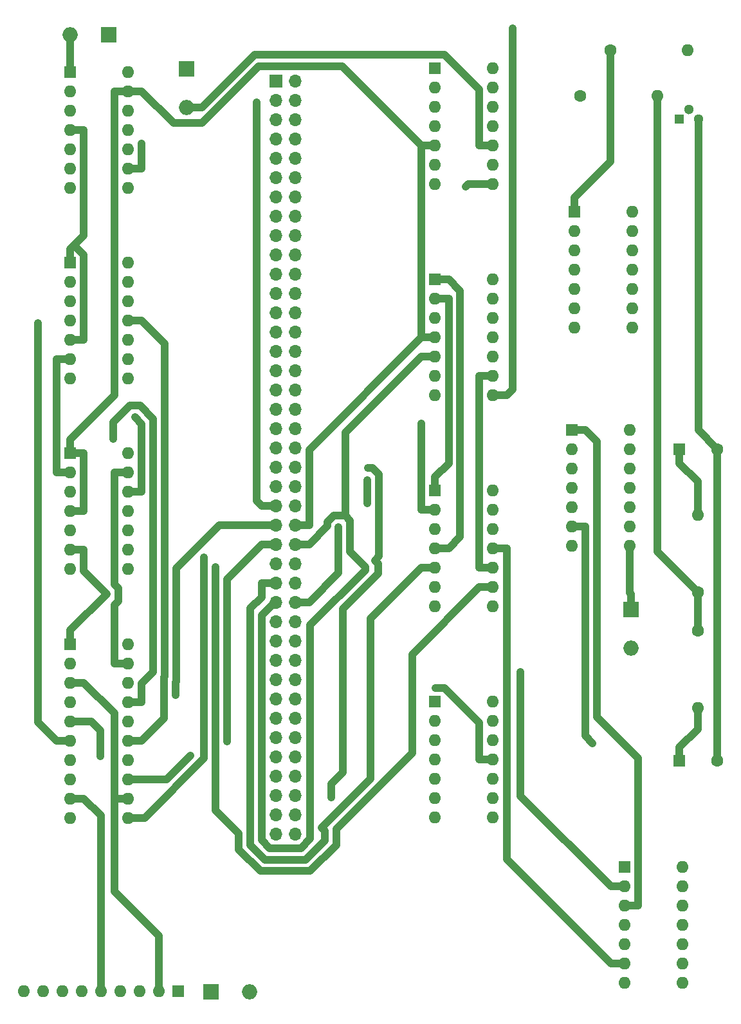
<source format=gbr>
%TF.GenerationSoftware,KiCad,Pcbnew,7.0.2*%
%TF.CreationDate,2023-05-14T22:56:31+01:00*%
%TF.ProjectId,Logic core,4c6f6769-6320-4636-9f72-652e6b696361,rev?*%
%TF.SameCoordinates,Original*%
%TF.FileFunction,Copper,L1,Top*%
%TF.FilePolarity,Positive*%
%FSLAX46Y46*%
G04 Gerber Fmt 4.6, Leading zero omitted, Abs format (unit mm)*
G04 Created by KiCad (PCBNEW 7.0.2) date 2023-05-14 22:56:31*
%MOMM*%
%LPD*%
G01*
G04 APERTURE LIST*
%TA.AperFunction,ComponentPad*%
%ADD10R,1.600000X1.600000*%
%TD*%
%TA.AperFunction,ComponentPad*%
%ADD11O,1.600000X1.600000*%
%TD*%
%TA.AperFunction,ComponentPad*%
%ADD12R,1.700000X1.700000*%
%TD*%
%TA.AperFunction,ComponentPad*%
%ADD13O,1.700000X1.700000*%
%TD*%
%TA.AperFunction,ComponentPad*%
%ADD14C,1.600000*%
%TD*%
%TA.AperFunction,ComponentPad*%
%ADD15R,2.000000X2.000000*%
%TD*%
%TA.AperFunction,ComponentPad*%
%ADD16O,2.000000X2.000000*%
%TD*%
%TA.AperFunction,ComponentPad*%
%ADD17R,1.300000X1.300000*%
%TD*%
%TA.AperFunction,ComponentPad*%
%ADD18C,1.300000*%
%TD*%
%TA.AperFunction,ViaPad*%
%ADD19C,1.000000*%
%TD*%
%TA.AperFunction,Conductor*%
%ADD20C,1.000000*%
%TD*%
G04 APERTURE END LIST*
D10*
%TO.P,RN1,1,1*%
%TO.N,Net-(D4-K)*%
X74775000Y-180175000D03*
D11*
%TO.P,RN1,2,2*%
%TO.N,/RIO CONTROL/RIO_CONTROL.OE*%
X72235000Y-180175000D03*
%TO.P,RN1,3,3*%
%TO.N,/RIO CONTROL/RIO_CONTROL.WE*%
X69695000Y-180175000D03*
%TO.P,RN1,4,4*%
%TO.N,/RIO CONTROL/RIO_CONTROL.A15*%
X67155000Y-180175000D03*
%TO.P,RN1,5,5*%
%TO.N,/RIO CONTROL/RIO_CONTROL.A14*%
X64615000Y-180175000D03*
%TO.P,RN1,6,6*%
%TO.N,unconnected-(RN1-Pad6)*%
X62075000Y-180175000D03*
%TO.P,RN1,7,7*%
%TO.N,unconnected-(RN1-Pad7)*%
X59535000Y-180175000D03*
%TO.P,RN1,8,8*%
%TO.N,unconnected-(RN1-Pad8)*%
X56995000Y-180175000D03*
%TO.P,RN1,9,9*%
%TO.N,unconnected-(RN1-Pad9)*%
X54455000Y-180175000D03*
%TD*%
D10*
%TO.P,IC7,1,I0*%
%TO.N,/Z80 BUS CONTROL/Z80_ADD_CONNECT*%
X60580000Y-59225000D03*
D11*
%TO.P,IC7,2,I1*%
%TO.N,Net-(IC6A-O)*%
X60580000Y-61765000D03*
%TO.P,IC7,3,O*%
%TO.N,/Z80 BUS CONTROL/Z80_BUS_CONTROL.Z80_ADD_OE*%
X60580000Y-64305000D03*
%TO.P,IC7,4,I0*%
%TO.N,/ESP_IOD_CONFIG*%
X60580000Y-66845000D03*
%TO.P,IC7,5,I1*%
%TO.N,/Z80 BUS CONTROL/ESP_CONTROL.MEMRQ*%
X60580000Y-69385000D03*
%TO.P,IC7,6,O*%
%TO.N,/Z80 BUS CONTROL/Z80_BUS_CONTROL.Z80_ADD_DIR*%
X60580000Y-71925000D03*
%TO.P,IC7,7*%
%TO.N,N/C*%
X60580000Y-74465000D03*
%TO.P,IC7,8,O*%
%TO.N,/Z80 BUS CONTROL/Z80_BUS_CONTROL.Z80_DATA_DIR*%
X68200000Y-74465000D03*
%TO.P,IC7,9,I0*%
%TO.N,Net-(IC6B-O)*%
X68200000Y-71925000D03*
%TO.P,IC7,10,I1*%
%TO.N,Net-(IC6C-O)*%
X68200000Y-69385000D03*
%TO.P,IC7,11,O*%
%TO.N,/Z80 BUS CONTROL/Z80_BUS_CONTROL.Z80_DATA_OE*%
X68200000Y-66845000D03*
%TO.P,IC7,12,I0*%
%TO.N,/Z80 BUS CONTROL/Z80_DATA_CONNECT*%
X68200000Y-64305000D03*
%TO.P,IC7,13,I1*%
%TO.N,/PERM_Z80_IORQ*%
X68200000Y-61765000D03*
%TO.P,IC7,14*%
%TO.N,N/C*%
X68200000Y-59225000D03*
%TD*%
D12*
%TO.P,J1,1,Pin_1*%
%TO.N,/Logic core connectors/Z80_CONTROL.RD*%
X87625000Y-60390000D03*
D13*
%TO.P,J1,2,Pin_2*%
%TO.N,/Logic core connectors/Z80_CONTROL.WR*%
X90165000Y-60390000D03*
%TO.P,J1,3,Pin_3*%
%TO.N,/Logic core connectors/Z80_CONTROL.IORQ*%
X87625000Y-62930000D03*
%TO.P,J1,4,Pin_4*%
%TO.N,/Logic core connectors/Z80_CONTROL.MEMRQ*%
X90165000Y-62930000D03*
%TO.P,J1,5,Pin_5*%
%TO.N,/Logic core connectors/Z80_CONTROL.BUSRQ*%
X87625000Y-65470000D03*
%TO.P,J1,6,Pin_6*%
%TO.N,/Logic core connectors/Z80_CONTROL.WAIT*%
X90165000Y-65470000D03*
%TO.P,J1,7,Pin_7*%
%TO.N,/Logic core connectors/Z80_CONTROL.NMI*%
X87625000Y-68010000D03*
%TO.P,J1,8,Pin_8*%
%TO.N,/Logic core connectors/Z80_CONTROL.ROMCS*%
X90165000Y-68010000D03*
%TO.P,J1,9,Pin_9*%
%TO.N,/Logic core connectors/Z80_CONTROL.BUSACK*%
X87625000Y-70550000D03*
%TO.P,J1,10,Pin_10*%
%TO.N,/Logic core connectors/Z80_CONTROL.RESET*%
X90165000Y-70550000D03*
%TO.P,J1,11,Pin_11*%
%TO.N,/Logic core connectors/ESP_CONTROL.RD*%
X87625000Y-73090000D03*
%TO.P,J1,12,Pin_12*%
%TO.N,/Logic core connectors/ESP_CONTROL.WR*%
X90165000Y-73090000D03*
%TO.P,J1,13,Pin_13*%
%TO.N,/Logic core connectors/ESP_CONTROL.IORQ*%
X87625000Y-75630000D03*
%TO.P,J1,14,Pin_14*%
%TO.N,/Logic core connectors/ESP_CONTROL.MEMRQ*%
X90165000Y-75630000D03*
%TO.P,J1,15,Pin_15*%
%TO.N,/Logic core connectors/ESP_CONTROL.BUSRQ*%
X87625000Y-78170000D03*
%TO.P,J1,16,Pin_16*%
%TO.N,/Logic core connectors/ESP_CONTROL.WAIT*%
X90165000Y-78170000D03*
%TO.P,J1,17,Pin_17*%
%TO.N,/Logic core connectors/ESP_CONTROL.ROMCS*%
X87625000Y-80710000D03*
%TO.P,J1,18,Pin_18*%
%TO.N,/Logic core connectors/ESP_CONTROL.NMI*%
X90165000Y-80710000D03*
%TO.P,J1,19,Pin_19*%
%TO.N,/Logic core connectors/LOCAL_CONTROL.RD*%
X87625000Y-83250000D03*
%TO.P,J1,20,Pin_20*%
%TO.N,/Logic core connectors/LOCAL_CONTROL.WR*%
X90165000Y-83250000D03*
%TO.P,J1,21,Pin_21*%
%TO.N,/Logic core connectors/LOCAL_CONTROL.IORQ*%
X87625000Y-85790000D03*
%TO.P,J1,22,Pin_22*%
%TO.N,/Logic core connectors/LOCAL_CONTROL.MEMRQ*%
X90165000Y-85790000D03*
%TO.P,J1,23,Pin_23*%
%TO.N,/Logic core connectors/Z80_BUS_CONTROL.Z80_ADD_OE*%
X87625000Y-88330000D03*
%TO.P,J1,24,Pin_24*%
%TO.N,/Logic core connectors/Z80_BUS_CONTROL.Z80_ADD_DIR*%
X90165000Y-88330000D03*
%TO.P,J1,25,Pin_25*%
%TO.N,/Logic core connectors/Z80_BUS_CONTROL.Z80_DATA_DIR*%
X87625000Y-90870000D03*
%TO.P,J1,26,Pin_26*%
%TO.N,/Logic core connectors/Z80_BUS_CONTROL.Z80_DATA_OE*%
X90165000Y-90870000D03*
%TO.P,J1,27,Pin_27*%
%TO.N,/Logic core connectors/CACHE_CONTROL.DATASTATUS+PERM_Z80_IORQ*%
X87625000Y-93410000D03*
%TO.P,J1,28,Pin_28*%
%TO.N,/Logic core connectors/CACHE_CONTROL.A16*%
X90165000Y-93410000D03*
%TO.P,J1,29,Pin_29*%
%TO.N,/Logic core connectors/CACHE_CONTROL.WE*%
X87625000Y-95950000D03*
%TO.P,J1,30,Pin_30*%
%TO.N,/Logic core connectors/CACHE_CONTROL.OE*%
X90165000Y-95950000D03*
%TO.P,J1,31,Pin_31*%
%TO.N,/Logic core connectors/CACHE_CONTROL.CS*%
X87625000Y-98490000D03*
%TO.P,J1,32,Pin_32*%
%TO.N,/Logic core connectors/RIO_CONTROL.A14*%
X90165000Y-98490000D03*
%TO.P,J1,33,Pin_33*%
%TO.N,/Logic core connectors/RIO_CONTROL.A15*%
X87625000Y-101030000D03*
%TO.P,J1,34,Pin_34*%
%TO.N,/Logic core connectors/RIO_CONTROL.WE*%
X90165000Y-101030000D03*
%TO.P,J1,35,Pin_35*%
%TO.N,/Logic core connectors/RIO_CONTROL.OE*%
X87625000Y-103570000D03*
%TO.P,J1,36,Pin_36*%
%TO.N,unconnected-(J1-Pin_36-Pad36)*%
X90165000Y-103570000D03*
%TO.P,J1,37,Pin_37*%
%TO.N,unconnected-(J1-Pin_37-Pad37)*%
X87625000Y-106110000D03*
%TO.P,J1,38,Pin_38*%
%TO.N,unconnected-(J1-Pin_38-Pad38)*%
X90165000Y-106110000D03*
%TO.P,J1,39,Pin_39*%
%TO.N,unconnected-(J1-Pin_39-Pad39)*%
X87625000Y-108650000D03*
%TO.P,J1,40,Pin_40*%
%TO.N,unconnected-(J1-Pin_40-Pad40)*%
X90165000Y-108650000D03*
%TO.P,J1,41,Pin_41*%
%TO.N,/ESP_ROM_WR_PROTECT*%
X87625000Y-111190000D03*
%TO.P,J1,42,Pin_42*%
%TO.N,/ESP_ROMSEL_0*%
X90165000Y-111190000D03*
%TO.P,J1,43,Pin_43*%
%TO.N,/ESP_ROMSEL_1*%
X87625000Y-113730000D03*
%TO.P,J1,44,Pin_44*%
%TO.N,/ESP_HARDLOCK*%
X90165000Y-113730000D03*
%TO.P,J1,45,Pin_45*%
%TO.N,/!ESP_HARDLOCK*%
X87625000Y-116270000D03*
%TO.P,J1,46,Pin_46*%
%TO.N,/Z80_HARDLOCK*%
X90165000Y-116270000D03*
%TO.P,J1,47,Pin_47*%
%TO.N,/!Z80_HARDLOCK*%
X87625000Y-118810000D03*
%TO.P,J1,48,Pin_48*%
%TO.N,/PERM_Z80_IORQ*%
X90165000Y-118810000D03*
%TO.P,J1,49,Pin_49*%
%TO.N,/ESP_WAIT_RESET*%
X87625000Y-121350000D03*
%TO.P,J1,50,Pin_50*%
%TO.N,/CACHE_DATASTATUS*%
X90165000Y-121350000D03*
%TO.P,J1,51,Pin_51*%
%TO.N,/WAIT_IO*%
X87625000Y-123890000D03*
%TO.P,J1,52,Pin_52*%
%TO.N,/Z80_HARDLOCK_SET*%
X90165000Y-123890000D03*
%TO.P,J1,53,Pin_53*%
%TO.N,/Z80_HARDLOCK_RESET*%
X87625000Y-126430000D03*
%TO.P,J1,54,Pin_54*%
%TO.N,/IORQ_FILTER_BIT*%
X90165000Y-126430000D03*
%TO.P,J1,55,Pin_55*%
%TO.N,/CACHE_DATASTATUS*%
X87625000Y-128970000D03*
%TO.P,J1,56,Pin_56*%
%TO.N,/PERM_Z80_IORQ*%
X90165000Y-128970000D03*
%TO.P,J1,57,Pin_57*%
%TO.N,/Z80_A15*%
X87625000Y-131510000D03*
%TO.P,J1,58,Pin_58*%
%TO.N,/Z80_A14*%
X90165000Y-131510000D03*
%TO.P,J1,59,Pin_59*%
%TO.N,unconnected-(J1-Pin_59-Pad59)*%
X87625000Y-134050000D03*
%TO.P,J1,60,Pin_60*%
%TO.N,unconnected-(J1-Pin_60-Pad60)*%
X90165000Y-134050000D03*
%TO.P,J1,61,Pin_61*%
%TO.N,unconnected-(J1-Pin_61-Pad61)*%
X87625000Y-136590000D03*
%TO.P,J1,62,Pin_62*%
%TO.N,unconnected-(J1-Pin_62-Pad62)*%
X90165000Y-136590000D03*
%TO.P,J1,63,Pin_63*%
%TO.N,unconnected-(J1-Pin_63-Pad63)*%
X87625000Y-139130000D03*
%TO.P,J1,64,Pin_64*%
%TO.N,unconnected-(J1-Pin_64-Pad64)*%
X90165000Y-139130000D03*
%TO.P,J1,65,Pin_65*%
%TO.N,unconnected-(J1-Pin_65-Pad65)*%
X87625000Y-141670000D03*
%TO.P,J1,66,Pin_66*%
%TO.N,unconnected-(J1-Pin_66-Pad66)*%
X90165000Y-141670000D03*
%TO.P,J1,67,Pin_67*%
%TO.N,unconnected-(J1-Pin_67-Pad67)*%
X87625000Y-144210000D03*
%TO.P,J1,68,Pin_68*%
%TO.N,unconnected-(J1-Pin_68-Pad68)*%
X90165000Y-144210000D03*
%TO.P,J1,69,Pin_69*%
%TO.N,unconnected-(J1-Pin_69-Pad69)*%
X87625000Y-146750000D03*
%TO.P,J1,70,Pin_70*%
%TO.N,unconnected-(J1-Pin_70-Pad70)*%
X90165000Y-146750000D03*
%TO.P,J1,71,Pin_71*%
%TO.N,unconnected-(J1-Pin_71-Pad71)*%
X87625000Y-149290000D03*
%TO.P,J1,72,Pin_72*%
%TO.N,unconnected-(J1-Pin_72-Pad72)*%
X90165000Y-149290000D03*
%TO.P,J1,73,Pin_73*%
%TO.N,unconnected-(J1-Pin_73-Pad73)*%
X87625000Y-151830000D03*
%TO.P,J1,74,Pin_74*%
%TO.N,unconnected-(J1-Pin_74-Pad74)*%
X90165000Y-151830000D03*
%TO.P,J1,75,Pin_75*%
%TO.N,unconnected-(J1-Pin_75-Pad75)*%
X87625000Y-154370000D03*
%TO.P,J1,76,Pin_76*%
%TO.N,unconnected-(J1-Pin_76-Pad76)*%
X90165000Y-154370000D03*
%TO.P,J1,77,Pin_77*%
%TO.N,unconnected-(J1-Pin_77-Pad77)*%
X87625000Y-156910000D03*
%TO.P,J1,78,Pin_78*%
%TO.N,unconnected-(J1-Pin_78-Pad78)*%
X90165000Y-156910000D03*
%TO.P,J1,79,Pin_79*%
%TO.N,unconnected-(J1-Pin_79-Pad79)*%
X87625000Y-159450000D03*
%TO.P,J1,80,Pin_80*%
%TO.N,unconnected-(J1-Pin_80-Pad80)*%
X90165000Y-159450000D03*
%TD*%
D10*
%TO.P,IC10,1,I0*%
%TO.N,/CACHE_DATASTATUS*%
X126925000Y-77575000D03*
D11*
%TO.P,IC10,2,I1*%
%TO.N,/CACHE CONTROL/LOCAL_CONTROL.IORQ*%
X126925000Y-80115000D03*
%TO.P,IC10,3,O*%
%TO.N,/CACHE CONTROL/CACHE_CONTROL.A16*%
X126925000Y-82655000D03*
%TO.P,IC10,4,I0*%
%TO.N,/CACHE CONTROL/Z80_CONTROL.WR*%
X126925000Y-85195000D03*
%TO.P,IC10,5,I1*%
%TO.N,/CACHE CONTROL/LOCAL_CONTROL.WR*%
X126925000Y-87735000D03*
%TO.P,IC10,6,O*%
%TO.N,/CACHE CONTROL/CACHE_CONTROL.WE*%
X126925000Y-90275000D03*
%TO.P,IC10,7*%
%TO.N,N/C*%
X126925000Y-92815000D03*
%TO.P,IC10,8,O*%
%TO.N,/CACHE CONTROL/CACHE_CONTROL.OE*%
X134545000Y-92815000D03*
%TO.P,IC10,9,I0*%
%TO.N,/CACHE CONTROL/Z80_CONTROL.RD*%
X134545000Y-90275000D03*
%TO.P,IC10,10,I1*%
%TO.N,/CACHE CONTROL/LOCAL_CONTROL.RD*%
X134545000Y-87735000D03*
%TO.P,IC10,11,O*%
%TO.N,/CACHE CONTROL/CACHE_CONTROL.CS*%
X134545000Y-85195000D03*
%TO.P,IC10,12,I0*%
%TO.N,/PERM_Z80_IORQ*%
X134545000Y-82655000D03*
%TO.P,IC10,13,I1*%
%TO.N,/CACHE CONTROL/LOCAL_CONTROL.MEMRQ*%
X134545000Y-80115000D03*
%TO.P,IC10,14*%
%TO.N,N/C*%
X134545000Y-77575000D03*
%TD*%
D10*
%TO.P,RIO_CONTROL1,1,G*%
%TO.N,/RIO CONTROL/RIO_CONTROL.A16*%
X60580000Y-134470000D03*
D11*
%TO.P,RIO_CONTROL1,2,A1*%
%TO.N,/Z80_A15*%
X60580000Y-137010000D03*
%TO.P,RIO_CONTROL1,3,Y4*%
%TO.N,/RIO CONTROL/RIO_CONTROL.OE*%
X60580000Y-139550000D03*
%TO.P,RIO_CONTROL1,4,A2*%
%TO.N,/Z80_A14*%
X60580000Y-142090000D03*
%TO.P,RIO_CONTROL1,5,Y3*%
%TO.N,/RIO CONTROL/RIO_CONTROL.WE*%
X60580000Y-144630000D03*
%TO.P,RIO_CONTROL1,6,A3*%
%TO.N,/RIO CONTROL/Z80_WR+ESP_IOD_CONFIG*%
X60580000Y-147170000D03*
%TO.P,RIO_CONTROL1,7,Y2*%
%TO.N,/RIO CONTROL/RIO_CONTROL.A15*%
X60580000Y-149710000D03*
%TO.P,RIO_CONTROL1,8,A4*%
%TO.N,/RIO CONTROL/Z80_RD+ESP_IOD_CONFIG+PERM_Z80_IORQ*%
X60580000Y-152250000D03*
%TO.P,RIO_CONTROL1,9,Y1*%
%TO.N,/RIO CONTROL/RIO_CONTROL.A14*%
X60580000Y-154790000D03*
%TO.P,RIO_CONTROL1,10*%
%TO.N,N/C*%
X60580000Y-157330000D03*
%TO.P,RIO_CONTROL1,11,A1*%
%TO.N,/ESP_ROMSEL_1*%
X68200000Y-157330000D03*
%TO.P,RIO_CONTROL1,12,Y4*%
%TO.N,/RIO CONTROL/RIO_CONTROL.OE*%
X68200000Y-154790000D03*
%TO.P,RIO_CONTROL1,13,A2*%
%TO.N,/ESP_ROMSEL_0*%
X68200000Y-152250000D03*
%TO.P,RIO_CONTROL1,14,Y3*%
%TO.N,/RIO CONTROL/RIO_CONTROL.WE*%
X68200000Y-149710000D03*
%TO.P,RIO_CONTROL1,15,A3*%
%TO.N,/RIO CONTROL/ROM_WR_PROTECT+Z80_WR*%
X68200000Y-147170000D03*
%TO.P,RIO_CONTROL1,16,Y2*%
%TO.N,/RIO CONTROL/RIO_CONTROL.A15*%
X68200000Y-144630000D03*
%TO.P,RIO_CONTROL1,17,A4*%
%TO.N,/RIO CONTROL/Z80_CONTROL.RD*%
X68200000Y-142090000D03*
%TO.P,RIO_CONTROL1,18,Y1*%
%TO.N,/RIO CONTROL/RIO_CONTROL.A14*%
X68200000Y-139550000D03*
%TO.P,RIO_CONTROL1,19,G*%
%TO.N,/RIO CONTROL/RIO_CONTROL.ROM_RDY*%
X68200000Y-137010000D03*
%TO.P,RIO_CONTROL1,20*%
%TO.N,N/C*%
X68200000Y-134470000D03*
%TD*%
D14*
%TO.P,R3,1*%
%TO.N,/Z80 BUS CONTROL/!CACHE_DATASTATUS*%
X127710000Y-62375000D03*
D11*
%TO.P,R3,2*%
%TO.N,+5V*%
X137870000Y-62375000D03*
%TD*%
D10*
%TO.P,IC4,1,I0*%
%TO.N,Net-(IC1B-O)*%
X108600000Y-86510000D03*
D11*
%TO.P,IC4,2,I1*%
%TO.N,/ESP_HARDLOCK*%
X108600000Y-89050000D03*
%TO.P,IC4,3,O*%
%TO.N,/PRE_Z80_HARDLOCK*%
X108600000Y-91590000D03*
%TO.P,IC4,4,I0*%
%TO.N,/PERM_Z80_IORQ*%
X108600000Y-94130000D03*
%TO.P,IC4,5,I1*%
%TO.N,/CACHE_DATASTATUS*%
X108600000Y-96670000D03*
%TO.P,IC4,6,O*%
%TO.N,/CACHE CONTROL/CACHE_CONTROL.DATASTATUS+PERM_Z80_IORQ*%
X108600000Y-99210000D03*
%TO.P,IC4,7*%
%TO.N,N/C*%
X108600000Y-101750000D03*
%TO.P,IC4,8,O*%
%TO.N,/ESP_IOD_CONFIG*%
X116220000Y-101750000D03*
%TO.P,IC4,9,I0*%
%TO.N,Net-(IC1E-O)*%
X116220000Y-99210000D03*
%TO.P,IC4,10,I1*%
%TO.N,/RIO CONTROL/ESP_CONTROL.BUSRQ*%
X116220000Y-96670000D03*
%TO.P,IC4,11*%
%TO.N,N/C*%
X116220000Y-94130000D03*
%TO.P,IC4,12*%
X116220000Y-91590000D03*
%TO.P,IC4,13*%
X116220000Y-89050000D03*
%TO.P,IC4,14*%
X116220000Y-86510000D03*
%TD*%
D10*
%TO.P,IC8,1,I0*%
%TO.N,/ESP_IOD_CONFIG*%
X60580000Y-84306700D03*
D11*
%TO.P,IC8,2,I1*%
%TO.N,/RIO CONTROL/Z80_CONTROL.WR*%
X60580000Y-86846700D03*
%TO.P,IC8,3,O*%
%TO.N,/RIO CONTROL/Z80_WR+ESP_IOD_CONFIG*%
X60580000Y-89386700D03*
%TO.P,IC8,4,I0*%
%TO.N,/RIO CONTROL/Z80_CONTROL.RD*%
X60580000Y-91926700D03*
%TO.P,IC8,5,I1*%
%TO.N,/ESP_IOD_CONFIG*%
X60580000Y-94466700D03*
%TO.P,IC8,6,O*%
%TO.N,Net-(IC8B-O)*%
X60580000Y-97006700D03*
%TO.P,IC8,7*%
%TO.N,N/C*%
X60580000Y-99546700D03*
%TO.P,IC8,8,O*%
%TO.N,/RIO CONTROL/RIO_CONTROL.ROM_RDY*%
X68200000Y-99546700D03*
%TO.P,IC8,9,I0*%
%TO.N,/RIO CONTROL/ESP_CONTROL.ROMCS*%
X68200000Y-97006700D03*
%TO.P,IC8,10,I1*%
%TO.N,/RIO CONTROL/Z80_CONTROL.MEMRQ*%
X68200000Y-94466700D03*
%TO.P,IC8,11,O*%
%TO.N,/RIO CONTROL/ROM_WR_PROTECT+Z80_WR*%
X68200000Y-91926700D03*
%TO.P,IC8,12,I0*%
%TO.N,/RIO CONTROL/Z80_CONTROL.WR*%
X68200000Y-89386700D03*
%TO.P,IC8,13,I1*%
%TO.N,/ESP_ROM_WR_PROTECT*%
X68200000Y-86846700D03*
%TO.P,IC8,14*%
%TO.N,N/C*%
X68200000Y-84306700D03*
%TD*%
D14*
%TO.P,R4,1*%
%TO.N,/CACHE_DATASTATUS*%
X131710000Y-56375000D03*
D11*
%TO.P,R4,2*%
%TO.N,Net-(Q1-B)*%
X141870000Y-56375000D03*
%TD*%
D14*
%TO.P,R1,1*%
%TO.N,+5V*%
X143177700Y-127655000D03*
D11*
%TO.P,R1,2*%
%TO.N,/ESP_WAIT_RESET*%
X143177700Y-117495000D03*
%TD*%
D15*
%TO.P,D4,1,K*%
%TO.N,Net-(D4-K)*%
X79070000Y-180250000D03*
D16*
%TO.P,D4,2,A*%
%TO.N,+5V*%
X84150000Y-180250000D03*
%TD*%
D15*
%TO.P,D1,1,K*%
%TO.N,Net-(D1-K)*%
X134400000Y-129900000D03*
D16*
%TO.P,D1,2,A*%
%TO.N,/Z80_CONTROL.WAIT*%
X134400000Y-134980000D03*
%TD*%
D17*
%TO.P,Q1,1,C*%
%TO.N,/Z80 BUS CONTROL/!CACHE_DATASTATUS*%
X140710000Y-65375000D03*
D18*
%TO.P,Q1,2,B*%
%TO.N,Net-(Q1-B)*%
X141980000Y-64105000D03*
%TO.P,Q1,3,E*%
%TO.N,GND*%
X143250000Y-65375000D03*
%TD*%
D10*
%TO.P,C2,1,1*%
%TO.N,Net-(IC5A-I0)*%
X140775000Y-149850000D03*
D14*
%TO.P,C2,2,2*%
%TO.N,GND*%
X145775000Y-149850000D03*
%TD*%
D10*
%TO.P,IC5,1,I0*%
%TO.N,Net-(IC5A-I0)*%
X133555000Y-163825000D03*
D11*
%TO.P,IC5,2,I1*%
%TO.N,Net-(IC1C-O)*%
X133555000Y-166365000D03*
%TO.P,IC5,3,O*%
%TO.N,/CLR_Z80_HARDLOCK*%
X133555000Y-168905000D03*
%TO.P,IC5,4,I0*%
%TO.N,/RIO CONTROL/ESP_CONTROL.MEMRQ*%
X133555000Y-171445000D03*
%TO.P,IC5,5,I1*%
%TO.N,/RIO CONTROL/ESP_CONTROL.IORQ*%
X133555000Y-173985000D03*
%TO.P,IC5,6,O*%
%TO.N,Net-(IC1E-I)*%
X133555000Y-176525000D03*
%TO.P,IC5,7*%
%TO.N,N/C*%
X133555000Y-179065000D03*
%TO.P,IC5,8*%
X141175000Y-179065000D03*
%TO.P,IC5,9*%
X141175000Y-176525000D03*
%TO.P,IC5,10*%
X141175000Y-173985000D03*
%TO.P,IC5,11*%
X141175000Y-171445000D03*
%TO.P,IC5,12*%
X141175000Y-168905000D03*
%TO.P,IC5,13*%
X141175000Y-166365000D03*
%TO.P,IC5,14*%
X141175000Y-163825000D03*
%TD*%
D10*
%TO.P,IC9,1,I0*%
%TO.N,/PERM_Z80_IORQ*%
X60580000Y-109388300D03*
D11*
%TO.P,IC9,2,I1*%
%TO.N,Net-(IC8B-O)*%
X60580000Y-111928300D03*
%TO.P,IC9,3,O*%
%TO.N,/RIO CONTROL/Z80_RD+ESP_IOD_CONFIG+PERM_Z80_IORQ*%
X60580000Y-114468300D03*
%TO.P,IC9,4,I0*%
%TO.N,/PERM_Z80_IORQ*%
X60580000Y-117008300D03*
%TO.P,IC9,5,I1*%
%TO.N,/ESP_IOD_CONFIG*%
X60580000Y-119548300D03*
%TO.P,IC9,6,O*%
%TO.N,/RIO CONTROL/RIO_CONTROL.A16*%
X60580000Y-122088300D03*
%TO.P,IC9,7*%
%TO.N,N/C*%
X60580000Y-124628300D03*
%TO.P,IC9,8,O*%
%TO.N,/RIO CONTROL/RIO_CONTROL.CE*%
X68200000Y-124628300D03*
%TO.P,IC9,9,I0*%
%TO.N,Net-(IC9C-I0)*%
X68200000Y-122088300D03*
%TO.P,IC9,10,I1*%
%TO.N,/RIO CONTROL/RIO_CONTROL.A16*%
X68200000Y-119548300D03*
%TO.P,IC9,11,O*%
%TO.N,Net-(IC9C-I0)*%
X68200000Y-117008300D03*
%TO.P,IC9,12,I0*%
%TO.N,/ESP_IOD_CONFIG*%
X68200000Y-114468300D03*
%TO.P,IC9,13,I1*%
%TO.N,/RIO CONTROL/RIO_CONTROL.ROM_RDY*%
X68200000Y-111928300D03*
%TO.P,IC9,14*%
%TO.N,N/C*%
X68200000Y-109388300D03*
%TD*%
D15*
%TO.P,D2,1,K*%
%TO.N,/Z80 BUS CONTROL/Z80_CONTROL.BUSRQ*%
X65650000Y-54300000D03*
D16*
%TO.P,D2,2,A*%
%TO.N,/Z80 BUS CONTROL/Z80_ADD_CONNECT*%
X60570000Y-54300000D03*
%TD*%
D10*
%TO.P,IC2,1*%
%TO.N,N/C*%
X108600000Y-142050000D03*
D11*
%TO.P,IC2,2*%
X108600000Y-144590000D03*
%TO.P,IC2,3*%
X108600000Y-147130000D03*
%TO.P,IC2,4*%
X108600000Y-149670000D03*
%TO.P,IC2,5*%
X108600000Y-152210000D03*
%TO.P,IC2,6*%
X108600000Y-154750000D03*
%TO.P,IC2,7*%
X108600000Y-157290000D03*
%TO.P,IC2,8,O*%
%TO.N,Net-(IC2C-O)*%
X116220000Y-157290000D03*
%TO.P,IC2,9,I0*%
%TO.N,/ESP_HARDLOCK*%
X116220000Y-154750000D03*
%TO.P,IC2,10,I1*%
%TO.N,/Z80_CONTROL.IORQ*%
X116220000Y-152210000D03*
%TO.P,IC2,11,O*%
%TO.N,/PERM_Z80_IORQ*%
X116220000Y-149670000D03*
%TO.P,IC2,12,I0*%
%TO.N,/IORQ_FILTER_BIT*%
X116220000Y-147130000D03*
%TO.P,IC2,13,I1*%
%TO.N,Net-(IC2C-O)*%
X116220000Y-144590000D03*
%TO.P,IC2,14*%
%TO.N,N/C*%
X116220000Y-142050000D03*
%TD*%
D10*
%TO.P,IC1,1,I*%
%TO.N,/ESP_HARDLOCK*%
X108600000Y-114280000D03*
D11*
%TO.P,IC1,2,O*%
%TO.N,/!ESP_HARDLOCK*%
X108600000Y-116820000D03*
%TO.P,IC1,3,I*%
%TO.N,/Z80_HARDLOCK_SET*%
X108600000Y-119360000D03*
%TO.P,IC1,4,O*%
%TO.N,Net-(IC1B-O)*%
X108600000Y-121900000D03*
%TO.P,IC1,5,I*%
%TO.N,/Z80_HARDLOCK_RESET*%
X108600000Y-124440000D03*
%TO.P,IC1,6,O*%
%TO.N,Net-(IC1C-O)*%
X108600000Y-126980000D03*
%TO.P,IC1,7*%
%TO.N,N/C*%
X108600000Y-129520000D03*
%TO.P,IC1,8,O*%
%TO.N,Net-(IC1D-O)*%
X116220000Y-129520000D03*
%TO.P,IC1,9,I*%
%TO.N,/WAIT_IO*%
X116220000Y-126980000D03*
%TO.P,IC1,10,O*%
%TO.N,Net-(IC1E-O)*%
X116220000Y-124440000D03*
%TO.P,IC1,11,I*%
%TO.N,Net-(IC1E-I)*%
X116220000Y-121900000D03*
%TO.P,IC1,12*%
%TO.N,N/C*%
X116220000Y-119360000D03*
%TO.P,IC1,13*%
X116220000Y-116820000D03*
%TO.P,IC1,14*%
X116220000Y-114280000D03*
%TD*%
D10*
%TO.P,IC3,1,CLR*%
%TO.N,/CLR_Z80_HARDLOCK*%
X126580000Y-106335000D03*
D11*
%TO.P,IC3,2,D*%
%TO.N,unconnected-(IC3A-D-Pad2)*%
X126580000Y-108875000D03*
%TO.P,IC3,3,CLK*%
%TO.N,unconnected-(IC3A-CLK-Pad3)*%
X126580000Y-111415000D03*
%TO.P,IC3,4,PRE*%
%TO.N,/PRE_Z80_HARDLOCK*%
X126580000Y-113955000D03*
%TO.P,IC3,5,Q*%
%TO.N,/Z80_HARDLOCK*%
X126580000Y-116495000D03*
%TO.P,IC3,6,~{Q}*%
%TO.N,/!Z80_HARDLOCK*%
X126580000Y-119035000D03*
%TO.P,IC3,7*%
%TO.N,N/C*%
X126580000Y-121575000D03*
%TO.P,IC3,8,~{Q}*%
%TO.N,Net-(D1-K)*%
X134200000Y-121575000D03*
%TO.P,IC3,9,Q*%
%TO.N,unconnected-(IC3B-Q-Pad9)*%
X134200000Y-119035000D03*
%TO.P,IC3,10,PRE*%
%TO.N,Net-(IC1D-O)*%
X134200000Y-116495000D03*
%TO.P,IC3,11,CLK*%
%TO.N,unconnected-(IC3B-CLK-Pad11)*%
X134200000Y-113955000D03*
%TO.P,IC3,12,D*%
%TO.N,unconnected-(IC3B-D-Pad12)*%
X134200000Y-111415000D03*
%TO.P,IC3,13,CLR*%
%TO.N,/ESP_WAIT_RESET*%
X134200000Y-108875000D03*
%TO.P,IC3,14*%
%TO.N,N/C*%
X134200000Y-106335000D03*
%TD*%
D14*
%TO.P,R2,1*%
%TO.N,+5V*%
X143177700Y-132725000D03*
D11*
%TO.P,R2,2*%
%TO.N,Net-(IC5A-I0)*%
X143177700Y-142885000D03*
%TD*%
D15*
%TO.P,D3,1,K*%
%TO.N,/Z80 BUS CONTROL/Z80_CONTROL.BUSRQ*%
X75875000Y-58825000D03*
D16*
%TO.P,D3,2,A*%
%TO.N,/Z80 BUS CONTROL/Z80_DATA_CONNECT*%
X75875000Y-63905000D03*
%TD*%
D10*
%TO.P,C1,1,1*%
%TO.N,/ESP_WAIT_RESET*%
X140775000Y-108875000D03*
D14*
%TO.P,C1,2,2*%
%TO.N,GND*%
X145775000Y-108875000D03*
%TD*%
D10*
%TO.P,IC6,1,I0*%
%TO.N,/PERM_Z80_IORQ*%
X108600000Y-58740000D03*
D11*
%TO.P,IC6,2,I1*%
%TO.N,/Z80 BUS CONTROL/!CACHE_DATASTATUS*%
X108600000Y-61280000D03*
%TO.P,IC6,3,O*%
%TO.N,Net-(IC6A-O)*%
X108600000Y-63820000D03*
%TO.P,IC6,4,I0*%
%TO.N,/Z80 BUS CONTROL/Z80_CONTROL.RD*%
X108600000Y-66360000D03*
%TO.P,IC6,5,I1*%
%TO.N,/PERM_Z80_IORQ*%
X108600000Y-68900000D03*
%TO.P,IC6,6,O*%
%TO.N,Net-(IC6B-O)*%
X108600000Y-71440000D03*
%TO.P,IC6,7*%
%TO.N,N/C*%
X108600000Y-73980000D03*
%TO.P,IC6,8,O*%
%TO.N,Net-(IC6C-O)*%
X116220000Y-73980000D03*
%TO.P,IC6,9,I0*%
%TO.N,/Z80 BUS CONTROL/ESP_CONTROL.WR*%
X116220000Y-71440000D03*
%TO.P,IC6,10,I1*%
%TO.N,/Z80 BUS CONTROL/Z80_DATA_CONNECT*%
X116220000Y-68900000D03*
%TO.P,IC6,11*%
%TO.N,N/C*%
X116220000Y-66360000D03*
%TO.P,IC6,12*%
X116220000Y-63820000D03*
%TO.P,IC6,13*%
X116220000Y-61280000D03*
%TO.P,IC6,14*%
X116220000Y-58740000D03*
%TD*%
D19*
%TO.N,/ESP_WAIT_RESET*%
X81199700Y-147316600D03*
%TO.N,/!ESP_HARDLOCK*%
X106799900Y-105467200D03*
X85097100Y-63227100D03*
%TO.N,Net-(IC1C-O)*%
X119846300Y-138149400D03*
%TO.N,/WAIT_IO*%
X79699600Y-124369500D03*
%TO.N,/PERM_Z80_IORQ*%
X95902000Y-119112100D03*
X108667200Y-140249800D03*
%TO.N,/Z80_HARDLOCK*%
X99700800Y-112933000D03*
X99700800Y-115967000D03*
%TO.N,/!Z80_HARDLOCK*%
X74424300Y-141207100D03*
X129341100Y-147514500D03*
%TO.N,/ESP_IOD_CONFIG*%
X118786800Y-53466500D03*
X69100100Y-104635000D03*
%TO.N,Net-(IC6B-O)*%
X70000100Y-68613600D03*
%TO.N,Net-(IC6C-O)*%
X112603600Y-74343400D03*
%TO.N,/RIO CONTROL/Z80_WR+ESP_IOD_CONFIG*%
X56325700Y-92219300D03*
%TO.N,/RIO CONTROL/Z80_CONTROL.RD*%
X66263300Y-107479000D03*
%TO.N,/RIO CONTROL/RIO_CONTROL.A16*%
X65382900Y-127867000D03*
%TO.N,/ESP_ROMSEL_0*%
X99798900Y-111304600D03*
X76351800Y-149119600D03*
X94929300Y-154624900D03*
%TO.N,/ESP_ROMSEL_1*%
X78199500Y-123039900D03*
%TO.N,/RIO CONTROL/RIO_CONTROL.WE*%
X64553700Y-149258700D03*
%TD*%
D20*
%TO.N,/ESP_WAIT_RESET*%
X87625000Y-121350000D02*
X85774900Y-121350000D01*
X140775000Y-108875000D02*
X140775000Y-110675100D01*
X81199700Y-147316600D02*
X81199700Y-125925200D01*
X81199700Y-125925200D02*
X85774900Y-121350000D01*
X140775000Y-110675100D02*
X143177700Y-113077800D01*
X143177700Y-113077800D02*
X143177700Y-117495000D01*
%TO.N,GND*%
X143250000Y-106350000D02*
X143250000Y-65375000D01*
X145775000Y-108875000D02*
X145775000Y-149850000D01*
X145775000Y-108875000D02*
X143250000Y-106350000D01*
%TO.N,Net-(IC5A-I0)*%
X143177700Y-145647200D02*
X143177700Y-142885000D01*
X140775000Y-149850000D02*
X140775000Y-148049900D01*
X140775000Y-148049900D02*
X143177700Y-145647200D01*
%TO.N,Net-(D1-K)*%
X134200000Y-127699900D02*
X134200000Y-121575000D01*
X134400000Y-129900000D02*
X134400000Y-127899900D01*
X134400000Y-127899900D02*
X134200000Y-127699900D01*
%TO.N,/Z80 BUS CONTROL/Z80_ADD_CONNECT*%
X60580000Y-56310100D02*
X60580000Y-59225000D01*
X60570000Y-56300100D02*
X60580000Y-56310100D01*
X60570000Y-54300000D02*
X60570000Y-56300100D01*
%TO.N,/Z80 BUS CONTROL/Z80_DATA_CONNECT*%
X114419900Y-61532100D02*
X114419900Y-68900000D01*
X84840300Y-56939800D02*
X109827600Y-56939800D01*
X75875000Y-63905000D02*
X77875100Y-63905000D01*
X77875100Y-63905000D02*
X84840300Y-56939800D01*
X116220000Y-68900000D02*
X114419900Y-68900000D01*
X109827600Y-56939800D02*
X114419900Y-61532100D01*
%TO.N,+5V*%
X137870000Y-122347300D02*
X137870000Y-62375000D01*
X143177700Y-127655000D02*
X137870000Y-122347300D01*
X143177700Y-132725000D02*
X143177700Y-127655000D01*
%TO.N,/ESP_HARDLOCK*%
X110400100Y-110679800D02*
X108600000Y-112479900D01*
X108600000Y-114280000D02*
X108600000Y-112479900D01*
X110400100Y-89050000D02*
X110400100Y-110679800D01*
X108600000Y-89050000D02*
X110400100Y-89050000D01*
%TO.N,/!ESP_HARDLOCK*%
X87625000Y-116270000D02*
X85774900Y-116270000D01*
X108600000Y-116820000D02*
X106799900Y-116820000D01*
X85097100Y-63227100D02*
X85097100Y-115592200D01*
X85097100Y-115592200D02*
X85774900Y-116270000D01*
X106799900Y-116820000D02*
X106799900Y-105467200D01*
%TO.N,Net-(IC1B-O)*%
X111900200Y-88010100D02*
X110400100Y-86510000D01*
X111900200Y-120399900D02*
X111900200Y-88010100D01*
X110400100Y-121900000D02*
X111900200Y-120399900D01*
X108600000Y-121900000D02*
X110400100Y-121900000D01*
X108600000Y-86510000D02*
X110400100Y-86510000D01*
%TO.N,/Z80_HARDLOCK_RESET*%
X93728000Y-158631300D02*
X93728000Y-158533400D01*
X91538100Y-162844700D02*
X94088400Y-160294400D01*
X93698000Y-158661300D02*
X93728000Y-158631300D01*
X94088400Y-159051800D02*
X93698000Y-158661300D01*
X100088900Y-152172500D02*
X100088900Y-131150900D01*
X108600000Y-124440000D02*
X106799900Y-124440000D01*
X100089000Y-131150900D02*
X106799900Y-124440000D01*
X94088400Y-160294400D02*
X94088400Y-159051800D01*
X84274800Y-129788500D02*
X84274800Y-160898800D01*
X85774900Y-128288400D02*
X84274800Y-129788500D01*
X85774900Y-126430000D02*
X85774900Y-128288400D01*
X100088900Y-131150900D02*
X100089000Y-131150900D01*
X86220700Y-162844700D02*
X91538100Y-162844700D01*
X87625000Y-126430000D02*
X85774900Y-126430000D01*
X93728000Y-158533400D02*
X100088900Y-152172500D01*
X84274800Y-160898800D02*
X86220700Y-162844700D01*
%TO.N,Net-(IC1C-O)*%
X131754900Y-166365000D02*
X119846300Y-154456400D01*
X133555000Y-166365000D02*
X131754900Y-166365000D01*
X119846300Y-154456400D02*
X119846300Y-138149400D01*
%TO.N,/WAIT_IO*%
X79699600Y-124369500D02*
X79699600Y-156349000D01*
X82774700Y-161520100D02*
X85599400Y-164344800D01*
X105581400Y-135818500D02*
X114419900Y-126980000D01*
X95588500Y-160915700D02*
X95588500Y-158833100D01*
X95588500Y-158833100D02*
X105581400Y-148840200D01*
X85599400Y-164344800D02*
X92159400Y-164344800D01*
X116220000Y-126980000D02*
X114419900Y-126980000D01*
X79699600Y-156349000D02*
X82774700Y-159424100D01*
X92159400Y-164344800D02*
X95588500Y-160915700D01*
X82774700Y-159424100D02*
X82774700Y-161520100D01*
X105581400Y-148840200D02*
X105581400Y-135818500D01*
%TO.N,Net-(IC1E-O)*%
X116220000Y-99210000D02*
X114419900Y-99210000D01*
X116220000Y-124440000D02*
X114419900Y-124440000D01*
X114419900Y-124440000D02*
X114419900Y-99210000D01*
%TO.N,Net-(IC1E-I)*%
X116220000Y-121900000D02*
X118020100Y-121900000D01*
X133555000Y-176525000D02*
X131754900Y-176525000D01*
X118020100Y-162790200D02*
X131754900Y-176525000D01*
X118020100Y-121900000D02*
X118020100Y-162790200D01*
%TO.N,/PERM_Z80_IORQ*%
X108600000Y-94130000D02*
X106799900Y-94130000D01*
X74181300Y-65946200D02*
X77955500Y-65946200D01*
X77955500Y-65946200D02*
X85389600Y-58512100D01*
X114419900Y-149670000D02*
X114419900Y-144855500D01*
X90165000Y-118810000D02*
X92015100Y-118810000D01*
X66399900Y-101768300D02*
X60580000Y-107588200D01*
X114419900Y-144855500D02*
X109814200Y-140249800D01*
X67672500Y-61765000D02*
X68200000Y-61765000D01*
X85389600Y-58512100D02*
X96412000Y-58512100D01*
X106799900Y-68900000D02*
X106799900Y-94130000D01*
X92015100Y-108914800D02*
X92015100Y-118810000D01*
X106799900Y-94130000D02*
X92015100Y-108914800D01*
X108600000Y-68900000D02*
X106799900Y-68900000D01*
X116220000Y-149670000D02*
X114419900Y-149670000D01*
X62380100Y-117008300D02*
X62380100Y-109388300D01*
X109814200Y-140249800D02*
X108667200Y-140249800D01*
X95902000Y-125083100D02*
X92015100Y-128970000D01*
X68200000Y-61765000D02*
X70000100Y-61765000D01*
X70000100Y-61765000D02*
X74181300Y-65946200D01*
X60580000Y-109388300D02*
X60580000Y-107588200D01*
X95902000Y-119112100D02*
X95902000Y-125083100D01*
X66399900Y-61765000D02*
X66399900Y-101768300D01*
X60580000Y-109388300D02*
X62380100Y-109388300D01*
X96412000Y-58512100D02*
X106799900Y-68900000D01*
X90165000Y-128970000D02*
X92015100Y-128970000D01*
X67672500Y-61765000D02*
X66399900Y-61765000D01*
X60580000Y-117008300D02*
X62380100Y-117008300D01*
%TO.N,/CLR_Z80_HARDLOCK*%
X133555000Y-168905000D02*
X135355100Y-168905000D01*
X129880200Y-144053700D02*
X129880200Y-107835100D01*
X129880200Y-107835100D02*
X128380100Y-106335000D01*
X135355100Y-168905000D02*
X135355100Y-149528600D01*
X135355100Y-149528600D02*
X129880200Y-144053700D01*
X126580000Y-106335000D02*
X128380100Y-106335000D01*
%TO.N,/Z80_HARDLOCK*%
X99700800Y-112933000D02*
X99700800Y-115967000D01*
%TO.N,/!Z80_HARDLOCK*%
X128380100Y-119035000D02*
X128380100Y-146553500D01*
X74424400Y-139470300D02*
X74424300Y-139470300D01*
X80237000Y-118810000D02*
X74500500Y-124546500D01*
X126580000Y-119035000D02*
X128380100Y-119035000D01*
X74424300Y-139470300D02*
X74424300Y-141207100D01*
X74500500Y-124546500D02*
X74500500Y-139394200D01*
X128380100Y-146553500D02*
X129341100Y-147514500D01*
X74500500Y-139394200D02*
X74424400Y-139470300D01*
X87625000Y-118810000D02*
X80237000Y-118810000D01*
%TO.N,/CACHE_DATASTATUS*%
X94401900Y-118963200D02*
X94401900Y-118454300D01*
X108600000Y-96670000D02*
X106799900Y-96670000D01*
X86842000Y-161344600D02*
X85774900Y-160277500D01*
X92015100Y-121350000D02*
X94401900Y-118963200D01*
X99392000Y-124748800D02*
X92170800Y-131970000D01*
X94401900Y-118454300D02*
X95249800Y-117606400D01*
X95249800Y-117606400D02*
X96791200Y-117606400D01*
X99392000Y-124334800D02*
X99392000Y-124748800D01*
X97402200Y-118217400D02*
X97402200Y-122345000D01*
X92170800Y-131970000D02*
X92170800Y-160090500D01*
X96791200Y-106678700D02*
X96791200Y-117606400D01*
X90165000Y-121350000D02*
X92015100Y-121350000D01*
X97402200Y-122345000D02*
X99392000Y-124334800D01*
X85774900Y-160277500D02*
X85774900Y-130691100D01*
X90916700Y-161344600D02*
X86842000Y-161344600D01*
X126925000Y-77575000D02*
X126925000Y-75774900D01*
X85774900Y-130691100D02*
X87496000Y-128970000D01*
X126925000Y-75774900D02*
X131710000Y-70989900D01*
X92170800Y-160090500D02*
X90916700Y-161344600D01*
X106799900Y-96670000D02*
X96791200Y-106678700D01*
X96791200Y-117606400D02*
X97402200Y-118217400D01*
X131710000Y-70989900D02*
X131710000Y-56375000D01*
X87496000Y-128970000D02*
X87625000Y-128970000D01*
%TO.N,/ESP_IOD_CONFIG*%
X116220000Y-101750000D02*
X118020100Y-101750000D01*
X60580000Y-66845000D02*
X62380100Y-66845000D01*
X62380100Y-80706600D02*
X62380100Y-66845000D01*
X118786800Y-53466500D02*
X118786800Y-100983300D01*
X69100100Y-104635000D02*
X70000100Y-105535000D01*
X61105200Y-81981400D02*
X60580000Y-82506600D01*
X118786800Y-100983300D02*
X118020100Y-101750000D01*
X61105300Y-81981400D02*
X61105200Y-81981400D01*
X62380100Y-83256200D02*
X61105300Y-81981400D01*
X68200000Y-114468300D02*
X70000100Y-114468300D01*
X60580000Y-84306700D02*
X60580000Y-82506600D01*
X60580000Y-94466700D02*
X62380100Y-94466700D01*
X61105300Y-81981400D02*
X62380100Y-80706600D01*
X70000100Y-105535000D02*
X70000100Y-114468300D01*
X62380100Y-94466700D02*
X62380100Y-83256200D01*
%TO.N,Net-(IC6B-O)*%
X70000100Y-71925000D02*
X70000100Y-68613600D01*
X68200000Y-71925000D02*
X70000100Y-71925000D01*
%TO.N,Net-(IC6C-O)*%
X116220000Y-73980000D02*
X112967000Y-73980000D01*
X112967000Y-73980000D02*
X112603600Y-74343400D01*
%TO.N,/RIO CONTROL/Z80_WR+ESP_IOD_CONFIG*%
X56325700Y-144715800D02*
X56325700Y-92219300D01*
X58779900Y-147170000D02*
X56325700Y-144715800D01*
X60580000Y-147170000D02*
X58779900Y-147170000D01*
%TO.N,/RIO CONTROL/Z80_CONTROL.RD*%
X68200000Y-142090000D02*
X70000100Y-142090000D01*
X68443900Y-103134800D02*
X69793800Y-103134800D01*
X71500200Y-138151600D02*
X70000100Y-139651700D01*
X66263300Y-105315400D02*
X68443900Y-103134800D01*
X70000100Y-139651700D02*
X70000100Y-142090000D01*
X71500200Y-104841200D02*
X71500200Y-138151600D01*
X66263300Y-107479000D02*
X66263300Y-105315400D01*
X69793800Y-103134800D02*
X71500200Y-104841200D01*
%TO.N,Net-(IC8B-O)*%
X60580000Y-97006700D02*
X58779900Y-97006700D01*
X58779900Y-97006700D02*
X58779900Y-111928300D01*
X60580000Y-111928300D02*
X58779900Y-111928300D01*
%TO.N,/RIO CONTROL/RIO_CONTROL.ROM_RDY*%
X66399900Y-126604500D02*
X66399900Y-111928300D01*
X68200000Y-111928300D02*
X66399900Y-111928300D01*
X66399900Y-137010000D02*
X66399900Y-129347500D01*
X68200000Y-137010000D02*
X66399900Y-137010000D01*
X66892200Y-128855200D02*
X66892200Y-127096800D01*
X66399900Y-129347500D02*
X66892200Y-128855200D01*
X66892200Y-127096800D02*
X66399900Y-126604500D01*
%TO.N,/RIO CONTROL/ROM_WR_PROTECT+Z80_WR*%
X73000300Y-94926900D02*
X73000300Y-138772900D01*
X68200000Y-147170000D02*
X70000100Y-147170000D01*
X72924200Y-138849000D02*
X72924200Y-144245900D01*
X68200000Y-91926700D02*
X70000100Y-91926700D01*
X72924200Y-144245900D02*
X70000100Y-147170000D01*
X70000100Y-91926700D02*
X73000300Y-94926900D01*
X73000300Y-138772900D02*
X72924200Y-138849000D01*
%TO.N,/RIO CONTROL/RIO_CONTROL.A16*%
X60580000Y-134470000D02*
X60580000Y-132669900D01*
X65382900Y-127867000D02*
X60580000Y-132669900D01*
X62380100Y-122088300D02*
X62380100Y-124864200D01*
X62380100Y-124864200D02*
X65382900Y-127867000D01*
X60580000Y-122088300D02*
X62380100Y-122088300D01*
%TO.N,/ESP_ROMSEL_0*%
X101099100Y-125163100D02*
X101099100Y-123920500D01*
X101201000Y-112183000D02*
X100322600Y-111304600D01*
X101099100Y-123920500D02*
X100659700Y-123481100D01*
X96429400Y-151351500D02*
X96429400Y-129832800D01*
X73221400Y-152250000D02*
X76351800Y-149119600D01*
X101201000Y-122939800D02*
X101201000Y-112183000D01*
X94929300Y-154624900D02*
X94929300Y-152851600D01*
X94929300Y-152851600D02*
X96429400Y-151351500D01*
X68200000Y-152250000D02*
X73221400Y-152250000D01*
X96429400Y-129832800D02*
X101099100Y-125163100D01*
X100322600Y-111304600D02*
X99798900Y-111304600D01*
X100659700Y-123481100D02*
X101201000Y-122939800D01*
%TO.N,/ESP_ROMSEL_1*%
X78199500Y-123039900D02*
X78199500Y-149475200D01*
X78199500Y-149475200D02*
X70344700Y-157330000D01*
X70344700Y-157330000D02*
X70000100Y-157330000D01*
X68200000Y-157330000D02*
X70000100Y-157330000D01*
%TO.N,/RIO CONTROL/RIO_CONTROL.OE*%
X60580000Y-139550000D02*
X62380100Y-139550000D01*
X72235000Y-172865000D02*
X72235000Y-180175000D01*
X66399900Y-167029900D02*
X72235000Y-172865000D01*
X66399900Y-154790000D02*
X66399900Y-167029900D01*
X68200000Y-154790000D02*
X66399900Y-154790000D01*
X62380100Y-139550000D02*
X66399900Y-143569800D01*
X66399900Y-143569800D02*
X66399900Y-154790000D01*
%TO.N,/RIO CONTROL/RIO_CONTROL.WE*%
X60580000Y-144630000D02*
X62380100Y-144630000D01*
X64553700Y-145836900D02*
X63346800Y-144630000D01*
X64553700Y-149258700D02*
X64553700Y-145836900D01*
X63346800Y-144630000D02*
X62380100Y-144630000D01*
%TO.N,/RIO CONTROL/RIO_CONTROL.A14*%
X62380100Y-154790000D02*
X64615000Y-157024900D01*
X60580000Y-154790000D02*
X62380100Y-154790000D01*
X64615000Y-157024900D02*
X64615000Y-180175000D01*
%TD*%
M02*

</source>
